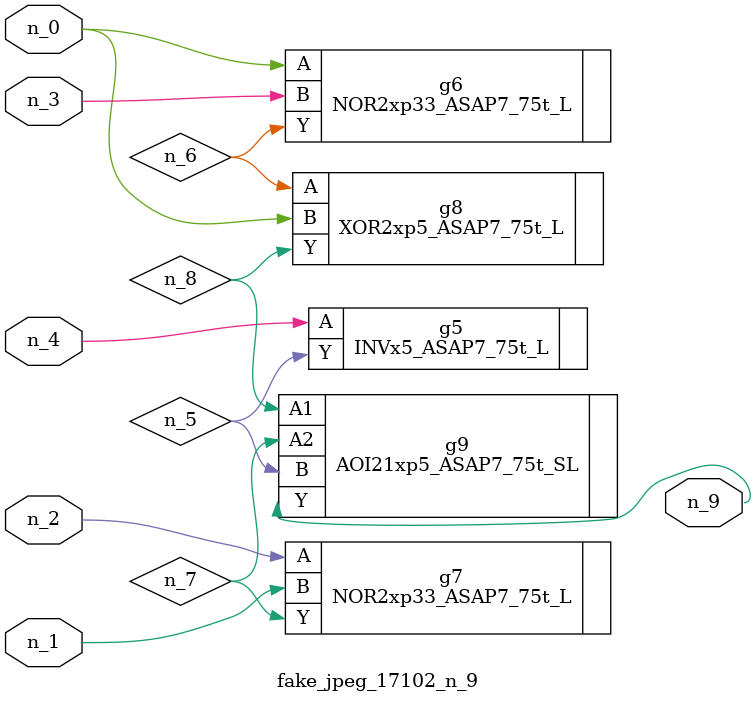
<source format=v>
module fake_jpeg_17102_n_9 (n_3, n_2, n_1, n_0, n_4, n_9);

input n_3;
input n_2;
input n_1;
input n_0;
input n_4;

output n_9;

wire n_8;
wire n_6;
wire n_5;
wire n_7;

INVx5_ASAP7_75t_L g5 ( 
.A(n_4),
.Y(n_5)
);

NOR2xp33_ASAP7_75t_L g6 ( 
.A(n_0),
.B(n_3),
.Y(n_6)
);

NOR2xp33_ASAP7_75t_L g7 ( 
.A(n_2),
.B(n_1),
.Y(n_7)
);

XOR2xp5_ASAP7_75t_L g8 ( 
.A(n_6),
.B(n_0),
.Y(n_8)
);

AOI21xp5_ASAP7_75t_SL g9 ( 
.A1(n_8),
.A2(n_7),
.B(n_5),
.Y(n_9)
);


endmodule
</source>
